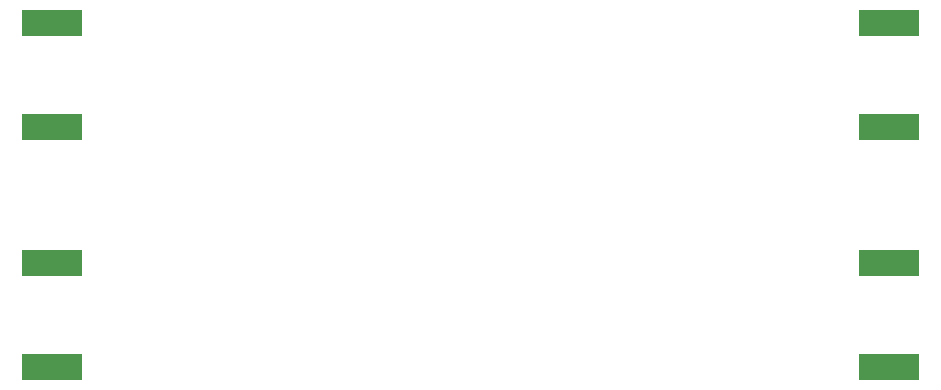
<source format=gbp>
G04*
G04 #@! TF.GenerationSoftware,Altium Limited,Altium Designer,19.1.7 (138)*
G04*
G04 Layer_Color=128*
%FSLAX25Y25*%
%MOIN*%
G70*
G01*
G75*
%ADD13R,0.20000X0.09000*%
D13*
X10600Y57400D02*
D03*
Y22600D02*
D03*
Y137400D02*
D03*
Y102600D02*
D03*
X289400D02*
D03*
Y137400D02*
D03*
Y22600D02*
D03*
Y57400D02*
D03*
M02*

</source>
